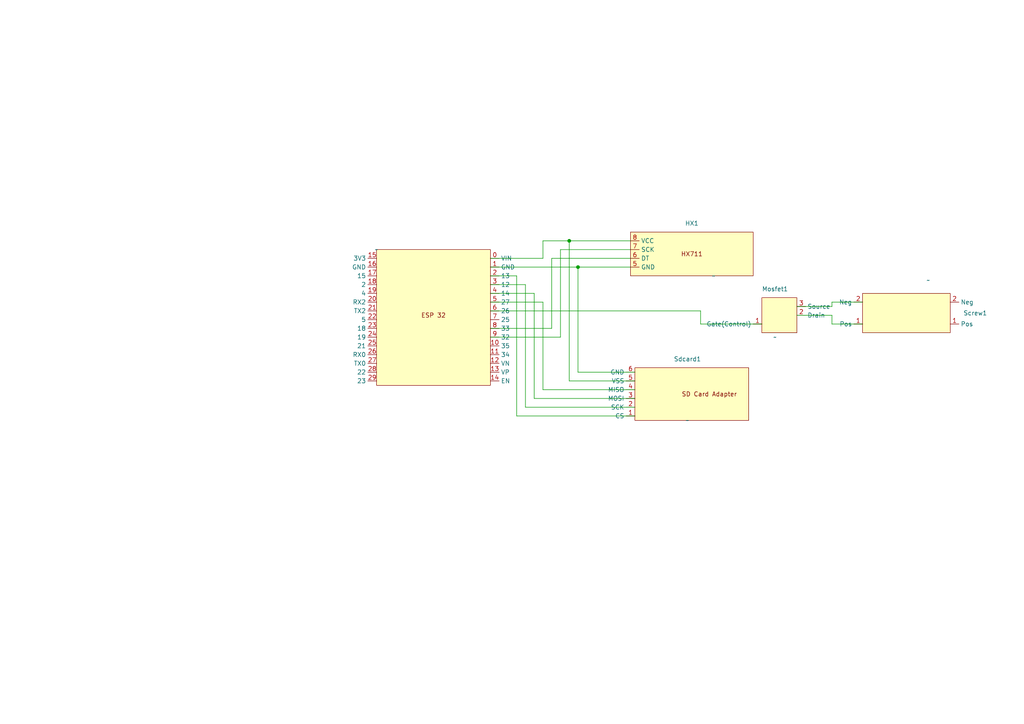
<source format=kicad_sch>
(kicad_sch (version 20230121) (generator eeschema)

  (uuid 9b18d9aa-baaa-4531-9580-ac8c7329e862)

  (paper "A4")

  (lib_symbols
    (symbol "AAABryces_symbols:2_pin_screw_term" (in_bom yes) (on_board yes)
      (property "Reference" "Screw1" (at 10.16 -9.525 0)
        (effects (font (size 1.27 1.27)) (justify left))
      )
      (property "Value" "~" (at 0 0 0)
        (effects (font (size 1.27 1.27)))
      )
      (property "Footprint" "AAABryces_lib:2 pin Screw term" (at 0 0 0)
        (effects (font (size 1.27 1.27)) hide)
      )
      (property "Datasheet" "" (at 0 0 0)
        (effects (font (size 1.27 1.27)) hide)
      )
      (symbol "2_pin_screw_term_1_1"
        (rectangle (start -19.05 -3.81) (end 6.35 -15.24)
          (stroke (width 0) (type default))
          (fill (type background))
        )
        (pin bidirectional line (at -19.05 -12.7 180) (length 2.54)
          (name "Pos" (effects (font (size 1.27 1.27))))
          (number "1" (effects (font (size 1.27 1.27))))
        )
        (pin bidirectional line (at 6.35 -12.7 0) (length 2.54)
          (name "Pos" (effects (font (size 1.27 1.27))))
          (number "1" (effects (font (size 1.27 1.27))))
        )
        (pin bidirectional line (at -19.05 -6.35 180) (length 2.54)
          (name "Neg" (effects (font (size 1.27 1.27))))
          (number "2" (effects (font (size 1.27 1.27))))
        )
        (pin bidirectional line (at 6.35 -6.35 0) (length 2.54)
          (name "Neg" (effects (font (size 1.27 1.27))))
          (number "2" (effects (font (size 1.27 1.27))))
        )
      )
    )
    (symbol "AAABryces_symbols:Esp32" (in_bom yes) (on_board yes)
      (property "Reference" "ESP32" (at 16.51 1.27 0)
        (effects (font (size 1.27 1.27)) hide)
      )
      (property "Value" "" (at 0 0 0)
        (effects (font (size 1.27 1.27)))
      )
      (property "Footprint" "AAABryces_lib:Correct_Esp32" (at 17.78 -40.64 0)
        (effects (font (size 1.27 1.27)) hide)
      )
      (property "Datasheet" "" (at 0 0 0)
        (effects (font (size 1.27 1.27)) hide)
      )
      (symbol "Esp32_1_1"
        (rectangle (start 0 0) (end 33.02 -39.37)
          (stroke (width 0) (type default))
          (fill (type background))
        )
        (text "ESP 32" (at 16.51 -19.05 0)
          (effects (font (size 1.27 1.27)))
        )
        (pin bidirectional line (at 33.02 -2.54 0) (length 2.54)
          (name "VIN" (effects (font (size 1.27 1.27))))
          (number "0" (effects (font (size 1.27 1.27))))
        )
        (pin bidirectional line (at 33.02 -5.08 0) (length 2.54)
          (name "GND" (effects (font (size 1.27 1.27))))
          (number "1" (effects (font (size 1.27 1.27))))
        )
        (pin bidirectional line (at 33.02 -27.94 0) (length 2.54)
          (name "35" (effects (font (size 1.27 1.27))))
          (number "10" (effects (font (size 1.27 1.27))))
        )
        (pin bidirectional line (at 33.02 -30.48 0) (length 2.54)
          (name "34" (effects (font (size 1.27 1.27))))
          (number "11" (effects (font (size 1.27 1.27))))
        )
        (pin bidirectional line (at 33.02 -33.02 0) (length 2.54)
          (name "VN" (effects (font (size 1.27 1.27))))
          (number "12" (effects (font (size 1.27 1.27))))
        )
        (pin bidirectional line (at 33.02 -35.56 0) (length 2.54)
          (name "VP" (effects (font (size 1.27 1.27))))
          (number "13" (effects (font (size 1.27 1.27))))
        )
        (pin bidirectional line (at 33.02 -38.1 0) (length 2.54)
          (name "EN" (effects (font (size 1.27 1.27))))
          (number "14" (effects (font (size 1.27 1.27))))
        )
        (pin power_in line (at 0 -2.54 180) (length 2.54)
          (name "3V3" (effects (font (size 1.27 1.27))))
          (number "15" (effects (font (size 1.27 1.27))))
        )
        (pin power_in line (at 0 -5.08 180) (length 2.54)
          (name "GND" (effects (font (size 1.27 1.27))))
          (number "16" (effects (font (size 1.27 1.27))))
        )
        (pin bidirectional line (at 0 -7.62 180) (length 2.54)
          (name "15" (effects (font (size 1.27 1.27))))
          (number "17" (effects (font (size 1.27 1.27))))
        )
        (pin power_in line (at 0 -10.16 180) (length 2.54)
          (name "2" (effects (font (size 1.27 1.27))))
          (number "18" (effects (font (size 1.27 1.27))))
        )
        (pin power_in line (at 0 -12.7 180) (length 2.54)
          (name "4" (effects (font (size 1.27 1.27))))
          (number "19" (effects (font (size 1.27 1.27))))
        )
        (pin bidirectional line (at 33.02 -7.62 0) (length 2.54)
          (name "13" (effects (font (size 1.27 1.27))))
          (number "2" (effects (font (size 1.27 1.27))))
        )
        (pin bidirectional line (at 0 -15.24 180) (length 2.54)
          (name "RX2" (effects (font (size 1.27 1.27))))
          (number "20" (effects (font (size 1.27 1.27))))
        )
        (pin power_in line (at 0 -17.78 180) (length 2.54)
          (name "TX2" (effects (font (size 1.27 1.27))))
          (number "21" (effects (font (size 1.27 1.27))))
        )
        (pin power_in line (at 0 -20.32 180) (length 2.54)
          (name "5" (effects (font (size 1.27 1.27))))
          (number "22" (effects (font (size 1.27 1.27))))
        )
        (pin bidirectional line (at 0 -22.86 180) (length 2.54)
          (name "18" (effects (font (size 1.27 1.27))))
          (number "23" (effects (font (size 1.27 1.27))))
        )
        (pin power_in line (at 0 -25.4 180) (length 2.54)
          (name "19" (effects (font (size 1.27 1.27))))
          (number "24" (effects (font (size 1.27 1.27))))
        )
        (pin power_in line (at 0 -27.94 180) (length 2.54)
          (name "21" (effects (font (size 1.27 1.27))))
          (number "25" (effects (font (size 1.27 1.27))))
        )
        (pin bidirectional line (at 0 -30.48 180) (length 2.54)
          (name "RX0" (effects (font (size 1.27 1.27))))
          (number "26" (effects (font (size 1.27 1.27))))
        )
        (pin power_in line (at 0 -33.02 180) (length 2.54)
          (name "TX0" (effects (font (size 1.27 1.27))))
          (number "27" (effects (font (size 1.27 1.27))))
        )
        (pin power_in line (at 0 -35.56 180) (length 2.54)
          (name "22" (effects (font (size 1.27 1.27))))
          (number "28" (effects (font (size 1.27 1.27))))
        )
        (pin power_in line (at 0 -38.1 180) (length 2.54)
          (name "23" (effects (font (size 1.27 1.27))))
          (number "29" (effects (font (size 1.27 1.27))))
        )
        (pin bidirectional line (at 33.02 -10.16 0) (length 2.54)
          (name "12" (effects (font (size 1.27 1.27))))
          (number "3" (effects (font (size 1.27 1.27))))
        )
        (pin bidirectional line (at 33.02 -12.7 0) (length 2.54)
          (name "14" (effects (font (size 1.27 1.27))))
          (number "4" (effects (font (size 1.27 1.27))))
        )
        (pin bidirectional line (at 33.02 -15.24 0) (length 2.54)
          (name "27" (effects (font (size 1.27 1.27))))
          (number "5" (effects (font (size 1.27 1.27))))
        )
        (pin bidirectional line (at 33.02 -17.78 0) (length 2.54)
          (name "26" (effects (font (size 1.27 1.27))))
          (number "6" (effects (font (size 1.27 1.27))))
        )
        (pin bidirectional line (at 33.02 -20.32 0) (length 2.54)
          (name "25" (effects (font (size 1.27 1.27))))
          (number "7" (effects (font (size 1.27 1.27))))
        )
        (pin bidirectional line (at 33.02 -22.86 0) (length 2.54)
          (name "33" (effects (font (size 1.27 1.27))))
          (number "8" (effects (font (size 1.27 1.27))))
        )
        (pin bidirectional line (at 33.02 -25.4 0) (length 2.54)
          (name "32" (effects (font (size 1.27 1.27))))
          (number "9" (effects (font (size 1.27 1.27))))
        )
      )
    )
    (symbol "AAABryces_symbols:HX711_Bryce" (in_bom yes) (on_board yes)
      (property "Reference" "HX711" (at 6.35 1.27 0)
        (effects (font (size 1.27 1.27)))
      )
      (property "Value" "" (at 0 0 0)
        (effects (font (size 1.27 1.27)))
      )
      (property "Footprint" "AAABryces_lib:HX711 Bryce" (at 0 -13.97 0)
        (effects (font (size 1.27 1.27)) hide)
      )
      (property "Datasheet" "" (at 0 0 0)
        (effects (font (size 1.27 1.27)) hide)
      )
      (symbol "HX711_Bryce_1_1"
        (rectangle (start -11.43 0) (end 24.13 -12.7)
          (stroke (width 0) (type default))
          (fill (type background))
        )
        (text "HX711\n" (at 6.35 -6.35 0)
          (effects (font (size 1.27 1.27)))
        )
        (pin bidirectional line (at 24.13 -2.54 180) (length 2.54)
          (name "GND" (effects (font (size 1.27 1.27))))
          (number "5" (effects (font (size 1.27 1.27))))
        )
        (pin bidirectional line (at 24.13 -5.08 180) (length 2.54)
          (name "DT" (effects (font (size 1.27 1.27))))
          (number "6" (effects (font (size 1.27 1.27))))
        )
        (pin bidirectional line (at 24.13 -7.62 180) (length 2.54)
          (name "SCK" (effects (font (size 1.27 1.27))))
          (number "7" (effects (font (size 1.27 1.27))))
        )
        (pin bidirectional line (at 24.13 -10.16 180) (length 2.54)
          (name "VCC" (effects (font (size 1.27 1.27))))
          (number "8" (effects (font (size 1.27 1.27))))
        )
      )
    )
    (symbol "AAABryces_symbols:Mosfet" (in_bom yes) (on_board yes)
      (property "Reference" "Mosfet1" (at 0 -13.97 0)
        (effects (font (size 1.27 1.27)))
      )
      (property "Value" "~" (at 0 0 0)
        (effects (font (size 1.27 1.27)))
      )
      (property "Footprint" "AAABryces_lib:Mosfet" (at 0 0 0)
        (effects (font (size 1.27 1.27)) hide)
      )
      (property "Datasheet" "" (at 0 0 0)
        (effects (font (size 1.27 1.27)) hide)
      )
      (symbol "Mosfet_1_1"
        (rectangle (start -6.35 -1.27) (end 3.81 -11.43)
          (stroke (width 0) (type default))
          (fill (type background))
        )
        (pin bidirectional line (at 3.81 -3.81 0) (length 2.54)
          (name "Gate(Control)" (effects (font (size 1.27 1.27))))
          (number "1" (effects (font (size 1.27 1.27))))
        )
        (pin bidirectional line (at -6.35 -6.35 180) (length 2.54)
          (name "Drain" (effects (font (size 1.27 1.27))))
          (number "2" (effects (font (size 1.27 1.27))))
        )
        (pin bidirectional line (at -6.35 -8.89 180) (length 2.54)
          (name "Source" (effects (font (size 1.27 1.27))))
          (number "3" (effects (font (size 1.27 1.27))))
        )
      )
    )
    (symbol "SD_card_adapter_1" (in_bom yes) (on_board yes)
      (property "Reference" "Sdcard" (at -2.54 1.27 0)
        (effects (font (size 1.27 1.27)))
      )
      (property "Value" "" (at 0 0 0)
        (effects (font (size 1.27 1.27)))
      )
      (property "Footprint" "" (at 0 0 0)
        (effects (font (size 1.27 1.27)) hide)
      )
      (property "Datasheet" "" (at 0 0 0)
        (effects (font (size 1.27 1.27)) hide)
      )
      (symbol "SD_card_adapter_1_1_1"
        (rectangle (start -17.78 0) (end 15.24 -15.24)
          (stroke (width 0) (type default))
          (fill (type background))
        )
        (text "SD Card Adapter\n" (at -6.35 -7.62 0)
          (effects (font (size 1.27 1.27)))
        )
        (pin bidirectional line (at 15.24 -1.27 0) (length 2.54)
          (name "CS" (effects (font (size 1.27 1.27))))
          (number "1" (effects (font (size 1.27 1.27))))
        )
        (pin bidirectional line (at 15.24 -3.81 0) (length 2.54)
          (name "SCK" (effects (font (size 1.27 1.27))))
          (number "2" (effects (font (size 1.27 1.27))))
        )
        (pin bidirectional line (at 15.24 -6.35 0) (length 2.54)
          (name "MOSI" (effects (font (size 1.27 1.27))))
          (number "3" (effects (font (size 1.27 1.27))))
        )
        (pin bidirectional line (at 15.24 -8.89 0) (length 2.54)
          (name "MISO" (effects (font (size 1.27 1.27))))
          (number "4" (effects (font (size 1.27 1.27))))
        )
        (pin bidirectional line (at 15.24 -11.43 0) (length 2.54)
          (name "VSS" (effects (font (size 1.27 1.27))))
          (number "5" (effects (font (size 1.27 1.27))))
        )
        (pin bidirectional line (at 15.24 -13.97 0) (length 2.54)
          (name "GND" (effects (font (size 1.27 1.27))))
          (number "6" (effects (font (size 1.27 1.27))))
        )
      )
    )
  )

  (junction (at 165.1 69.85) (diameter 0) (color 0 0 0 0)
    (uuid 1b51917c-1b34-4f64-9a4d-c1039060d13b)
  )
  (junction (at 167.64 77.47) (diameter 0) (color 0 0 0 0)
    (uuid 8f45ae24-7749-4829-afe3-cb6aa407f629)
  )

  (wire (pts (xy 184.15 118.11) (xy 152.4 118.11))
    (stroke (width 0) (type default))
    (uuid 0a5b0cb7-4105-4467-b5c2-8f9e63cb27cc)
  )
  (wire (pts (xy 182.88 72.39) (xy 162.56 72.39))
    (stroke (width 0) (type default))
    (uuid 0e97a18e-6915-4642-af21-98e9c2dec81f)
  )
  (wire (pts (xy 167.64 77.47) (xy 182.88 77.47))
    (stroke (width 0) (type default))
    (uuid 17a7e67c-758b-4889-8cda-d787f9fd3dd2)
  )
  (wire (pts (xy 142.24 77.47) (xy 167.64 77.47))
    (stroke (width 0) (type default))
    (uuid 1ade8148-8b60-4ee2-a26a-4db4dda9514d)
  )
  (wire (pts (xy 162.56 72.39) (xy 162.56 97.79))
    (stroke (width 0) (type default))
    (uuid 231f5247-1741-4145-ab2c-04c311b6a6f0)
  )
  (wire (pts (xy 184.15 110.49) (xy 165.1 110.49))
    (stroke (width 0) (type default))
    (uuid 24864b51-2c3b-4994-b943-20d85c010233)
  )
  (wire (pts (xy 162.56 97.79) (xy 142.24 97.79))
    (stroke (width 0) (type default))
    (uuid 365534c0-3c89-4607-8b08-d4d50783223b)
  )
  (wire (pts (xy 149.86 120.65) (xy 149.86 80.01))
    (stroke (width 0) (type default))
    (uuid 37645ef4-f901-46b9-815a-2da75d26e622)
  )
  (wire (pts (xy 241.3 87.63) (xy 250.19 87.63))
    (stroke (width 0) (type default))
    (uuid 3d9cff7c-8732-4d9b-a3bb-1718395fa282)
  )
  (wire (pts (xy 149.86 80.01) (xy 142.24 80.01))
    (stroke (width 0) (type default))
    (uuid 3feed683-0467-40c9-9f19-96885cefc942)
  )
  (wire (pts (xy 157.48 87.63) (xy 142.24 87.63))
    (stroke (width 0) (type default))
    (uuid 416fe835-4537-4c63-99d4-3368d72474da)
  )
  (wire (pts (xy 142.24 90.17) (xy 203.2 90.17))
    (stroke (width 0) (type default))
    (uuid 4844a8c2-6a1a-4ae1-93fe-d36440327662)
  )
  (wire (pts (xy 152.4 82.55) (xy 142.24 82.55))
    (stroke (width 0) (type default))
    (uuid 606885d3-4cfe-47cd-9a49-02dbfc425cec)
  )
  (wire (pts (xy 231.14 88.9) (xy 241.3 88.9))
    (stroke (width 0) (type default))
    (uuid 69f940ae-5047-4d82-8503-52a34482ee85)
  )
  (wire (pts (xy 184.15 120.65) (xy 149.86 120.65))
    (stroke (width 0) (type default))
    (uuid 6d0b65a9-1f6f-4125-9bbf-4c2899e50ec0)
  )
  (wire (pts (xy 203.2 90.17) (xy 203.2 93.98))
    (stroke (width 0) (type default))
    (uuid 7b31f5ca-147e-4018-9904-30f118c8f170)
  )
  (wire (pts (xy 182.88 74.93) (xy 160.02 74.93))
    (stroke (width 0) (type default))
    (uuid 7d09a3f6-4f53-4828-8aac-e7479cee138a)
  )
  (wire (pts (xy 157.48 113.03) (xy 157.48 87.63))
    (stroke (width 0) (type default))
    (uuid 81c7e59c-f67c-4f8a-a2cc-481b76e32700)
  )
  (wire (pts (xy 167.64 77.47) (xy 167.64 107.95))
    (stroke (width 0) (type default))
    (uuid 8289fd79-979e-4ef6-952c-e1c2433c1317)
  )
  (wire (pts (xy 154.94 115.57) (xy 154.94 85.09))
    (stroke (width 0) (type default))
    (uuid 906eb4f5-f1e1-412f-99f3-e8b3a524b477)
  )
  (wire (pts (xy 184.15 107.95) (xy 167.64 107.95))
    (stroke (width 0) (type default))
    (uuid 95772ecc-b432-4968-a555-46ec91f7ab58)
  )
  (wire (pts (xy 184.15 115.57) (xy 154.94 115.57))
    (stroke (width 0) (type default))
    (uuid 9757df17-1e94-413f-bb53-944bfcacbeeb)
  )
  (wire (pts (xy 152.4 118.11) (xy 152.4 82.55))
    (stroke (width 0) (type default))
    (uuid 986e45f4-1fba-4840-b2b8-955034d2c523)
  )
  (wire (pts (xy 165.1 69.85) (xy 165.1 110.49))
    (stroke (width 0) (type default))
    (uuid 992f0881-e3af-496f-981d-d22753b65162)
  )
  (wire (pts (xy 182.88 69.85) (xy 165.1 69.85))
    (stroke (width 0) (type default))
    (uuid a2dcb9b4-a93d-4a00-a395-fb244b0d7ab6)
  )
  (wire (pts (xy 241.3 91.44) (xy 241.3 93.98))
    (stroke (width 0) (type default))
    (uuid c0930ffa-4e97-4b46-834c-7b1ba64ac554)
  )
  (wire (pts (xy 241.3 88.9) (xy 241.3 87.63))
    (stroke (width 0) (type default))
    (uuid cd1daee2-5fd7-4b1e-b76d-21ded24221ce)
  )
  (wire (pts (xy 203.2 93.98) (xy 220.98 93.98))
    (stroke (width 0) (type default))
    (uuid cf8542a2-e4ea-4b2c-8eae-a933e7f13346)
  )
  (wire (pts (xy 231.14 91.44) (xy 241.3 91.44))
    (stroke (width 0) (type default))
    (uuid d0ed837e-50dd-4cbf-97e9-6258a0577cc0)
  )
  (wire (pts (xy 160.02 95.25) (xy 142.24 95.25))
    (stroke (width 0) (type default))
    (uuid d4cb878e-f24e-48ed-bf91-106f364b0783)
  )
  (wire (pts (xy 157.48 69.85) (xy 157.48 74.93))
    (stroke (width 0) (type default))
    (uuid d5f0c047-088c-4843-832d-cd72cd6d0289)
  )
  (wire (pts (xy 241.3 93.98) (xy 250.19 93.98))
    (stroke (width 0) (type default))
    (uuid d7d39f97-05ed-4128-9215-88dc68abe044)
  )
  (wire (pts (xy 154.94 85.09) (xy 142.24 85.09))
    (stroke (width 0) (type default))
    (uuid da7950e8-3603-4f23-8c08-c96366007fe9)
  )
  (wire (pts (xy 165.1 69.85) (xy 157.48 69.85))
    (stroke (width 0) (type default))
    (uuid e4b1be7c-b3d1-457a-be6a-22a9ac53cb69)
  )
  (wire (pts (xy 157.48 74.93) (xy 142.24 74.93))
    (stroke (width 0) (type default))
    (uuid f16d2893-e665-4e4c-8fb4-4f5f239baa47)
  )
  (wire (pts (xy 160.02 74.93) (xy 160.02 95.25))
    (stroke (width 0) (type default))
    (uuid f868f939-7c80-41ca-9c6b-6ef31d86d827)
  )
  (wire (pts (xy 184.15 113.03) (xy 157.48 113.03))
    (stroke (width 0) (type default))
    (uuid fddfcaf5-3f18-45dc-a269-1ae4d7807785)
  )

  (symbol (lib_name "SD_card_adapter_1") (lib_id "AAABryces_symbols:SD_card_adapter") (at 199.39 121.92 180) (unit 1)
    (in_bom yes) (on_board yes) (dnp no) (fields_autoplaced)
    (uuid 2821f37c-f055-43d9-acdb-0c62ac318189)
    (property "Reference" "Sdcard1" (at 199.39 104.14 0)
      (effects (font (size 1.27 1.27)))
    )
    (property "Value" "~" (at 199.39 121.92 0)
      (effects (font (size 1.27 1.27)))
    )
    (property "Footprint" "AAABryces_lib:Sd adapter" (at 199.39 121.92 0)
      (effects (font (size 1.27 1.27)) hide)
    )
    (property "Datasheet" "" (at 199.39 121.92 0)
      (effects (font (size 1.27 1.27)) hide)
    )
    (pin "4" (uuid d2ee7b6c-dc18-40ce-a517-5d5b1e388e2e))
    (pin "1" (uuid a09ce438-f31e-44bf-98d6-369ea61353d0))
    (pin "5" (uuid 1d489221-edea-4519-be8a-06b73367a96a))
    (pin "3" (uuid 3403a2cf-4921-4739-b1a0-e77c74f1859e))
    (pin "6" (uuid 32ab7c1d-dd5b-4dba-9802-576dc94b7a80))
    (pin "2" (uuid 4a9ce878-2f56-4b9a-b861-f8ab6d3b6d2c))
    (instances
      (project "Rocket_v1"
        (path "/9b18d9aa-baaa-4531-9580-ac8c7329e862"
          (reference "Sdcard1") (unit 1)
        )
      )
    )
  )

  (symbol (lib_id "AAABryces_symbols:Esp32") (at 109.22 72.39 0) (unit 1)
    (in_bom yes) (on_board yes) (dnp no) (fields_autoplaced)
    (uuid 76a83fc0-f36e-4353-9fd3-12eab0a3da6e)
    (property "Reference" "ESP1" (at 125.73 71.12 0)
      (effects (font (size 1.27 1.27)) hide)
    )
    (property "Value" "~" (at 109.22 72.39 0)
      (effects (font (size 1.27 1.27)))
    )
    (property "Footprint" "AAABryces_lib:Correct_Esp32" (at 127 113.03 0)
      (effects (font (size 1.27 1.27)) hide)
    )
    (property "Datasheet" "" (at 109.22 72.39 0)
      (effects (font (size 1.27 1.27)) hide)
    )
    (pin "23" (uuid 410f3b1b-fd7e-42b9-9d5b-3359fb7d3b11))
    (pin "21" (uuid dff5d64c-f49c-4b60-bfcc-6ca9515044f7))
    (pin "29" (uuid 0b6e643e-0d0c-4215-a834-7cc392228226))
    (pin "7" (uuid 2ecc54a6-f9d0-4046-b41c-9a564109262e))
    (pin "20" (uuid 939206cf-d3e0-4948-8b89-7b35d65f0a1a))
    (pin "14" (uuid 8b29272d-80a2-4b9d-b7f4-9fb9a7e0d196))
    (pin "6" (uuid b3ee2944-1c30-47db-a9a9-6b923392a996))
    (pin "16" (uuid fb89a0c4-5a00-419a-8b3b-0989f24cfb6e))
    (pin "19" (uuid 2a8e5cf4-587c-4707-b5c5-6f8e1a6332ce))
    (pin "25" (uuid 0593733d-3435-47aa-91db-f4a103ae3c03))
    (pin "3" (uuid 4ba78f9b-7beb-4b05-853f-ce23e1eb9f61))
    (pin "8" (uuid 5d4d0574-dd1a-45d7-83c8-e6ad1615034b))
    (pin "22" (uuid 4cbc0867-996c-4636-a38a-ededc70d3345))
    (pin "18" (uuid 07889be9-adb0-48da-82f9-08b2f4cd1f28))
    (pin "5" (uuid e491f5b1-7943-446f-8894-e2316ae5f1c6))
    (pin "2" (uuid d10e7a57-e6f1-44a8-98f1-557d997f75c6))
    (pin "11" (uuid 61f42780-0679-4a25-9416-9a5fc4204e99))
    (pin "26" (uuid 4647f0f7-957c-426f-be7a-27cf71f46a11))
    (pin "28" (uuid 710b36f5-f523-42a7-9457-94c1bb613d87))
    (pin "9" (uuid 150dcf4f-e3b7-4eb6-b9ec-6de70188f7fc))
    (pin "12" (uuid 9da0f410-a6d4-4a78-964a-a4fd739fe4ad))
    (pin "13" (uuid 8440c9fa-2e1e-4568-8028-d95504236dd9))
    (pin "0" (uuid c0b36974-f1c1-47c5-96c7-89b2e5c774e9))
    (pin "1" (uuid 94dc2fcf-8f63-4059-b672-83bb56d361c5))
    (pin "27" (uuid 94a42b29-87ec-4ab6-bd11-14e9d5ed5f00))
    (pin "4" (uuid 4e438507-028e-4b0b-a2e8-29c728baf886))
    (pin "10" (uuid bec86e61-e81b-45e4-ae39-a5f6dd19e9c9))
    (pin "24" (uuid 0b651494-1a85-4575-9ce7-13701b12130a))
    (pin "17" (uuid edb2feab-8d5c-486f-8042-c79264e0c01b))
    (pin "15" (uuid e9a6e95e-c84d-4a2c-b5a6-24a6cfc617b1))
    (instances
      (project "Rocket_v1"
        (path "/9b18d9aa-baaa-4531-9580-ac8c7329e862"
          (reference "ESP1") (unit 1)
        )
      )
    )
  )

  (symbol (lib_id "AAABryces_symbols:Mosfet") (at 224.79 97.79 180) (unit 1)
    (in_bom yes) (on_board yes) (dnp no) (fields_autoplaced)
    (uuid 981f690b-6758-4579-866e-ada9977ad77c)
    (property "Reference" "Mosfet1" (at 224.79 83.82 0)
      (effects (font (size 1.27 1.27)))
    )
    (property "Value" "~" (at 224.79 97.79 0)
      (effects (font (size 1.27 1.27)))
    )
    (property "Footprint" "AAABryces_lib:Mosfet" (at 224.79 97.79 0)
      (effects (font (size 1.27 1.27)) hide)
    )
    (property "Datasheet" "" (at 224.79 97.79 0)
      (effects (font (size 1.27 1.27)) hide)
    )
    (pin "1" (uuid f0759352-5e4f-4ac3-b151-e55956e5d854))
    (pin "2" (uuid be76c373-c08e-4d4c-9a04-1b983f1adeeb))
    (pin "3" (uuid a7d14131-76ee-4a1c-aacc-0072e8c998df))
    (instances
      (project "Rocket_v1"
        (path "/9b18d9aa-baaa-4531-9580-ac8c7329e862"
          (reference "Mosfet1") (unit 1)
        )
      )
    )
  )

  (symbol (lib_id "AAABryces_symbols:HX711_Bryce") (at 207.01 80.01 180) (unit 1)
    (in_bom yes) (on_board yes) (dnp no) (fields_autoplaced)
    (uuid ae0792c7-3be3-4d73-83e0-f207f5d0d8bb)
    (property "Reference" "HX1" (at 200.66 64.77 0)
      (effects (font (size 1.27 1.27)))
    )
    (property "Value" "~" (at 207.01 80.01 0)
      (effects (font (size 1.27 1.27)))
    )
    (property "Footprint" "AAABryces_lib:HX711 Bryce" (at 207.01 66.04 0)
      (effects (font (size 1.27 1.27)) hide)
    )
    (property "Datasheet" "" (at 207.01 80.01 0)
      (effects (font (size 1.27 1.27)) hide)
    )
    (pin "5" (uuid da7738b1-6e53-4d53-8119-06d89be4fcf3))
    (pin "8" (uuid f9b0ce9a-3921-42cc-8037-b9f91fc6388a))
    (pin "7" (uuid 97cfcb3a-539e-4c7c-b3a7-4e44e4a5a0b9))
    (pin "6" (uuid 061850a3-5254-403b-801d-70d78e61f562))
    (instances
      (project "Rocket_v1"
        (path "/9b18d9aa-baaa-4531-9580-ac8c7329e862"
          (reference "HX1") (unit 1)
        )
      )
    )
  )

  (symbol (lib_id "AAABryces_symbols:2_pin_screw_term") (at 269.24 81.28 0) (unit 1)
    (in_bom yes) (on_board yes) (dnp no) (fields_autoplaced)
    (uuid d60fbe45-efe5-4a45-852f-f135008e5d50)
    (property "Reference" "Screw1" (at 279.4 90.805 0)
      (effects (font (size 1.27 1.27)) (justify left))
    )
    (property "Value" "~" (at 269.24 81.28 0)
      (effects (font (size 1.27 1.27)))
    )
    (property "Footprint" "AAABryces_lib:2 pin Screw term" (at 269.24 81.28 0)
      (effects (font (size 1.27 1.27)) hide)
    )
    (property "Datasheet" "" (at 269.24 81.28 0)
      (effects (font (size 1.27 1.27)) hide)
    )
    (pin "1" (uuid 8c38812c-6085-4173-8860-47d9c51e9524))
    (pin "2" (uuid c8439e9f-b885-4691-99c7-28aef1398b1f))
    (pin "1" (uuid 77664e8b-65f3-4d2a-977a-ddecd04a5378))
    (pin "2" (uuid f16f0c59-78ba-4bea-8188-8a5499e2a92f))
    (instances
      (project "Rocket_v1"
        (path "/9b18d9aa-baaa-4531-9580-ac8c7329e862"
          (reference "Screw1") (unit 1)
        )
      )
    )
  )

  (sheet_instances
    (path "/" (page "1"))
  )
)

</source>
